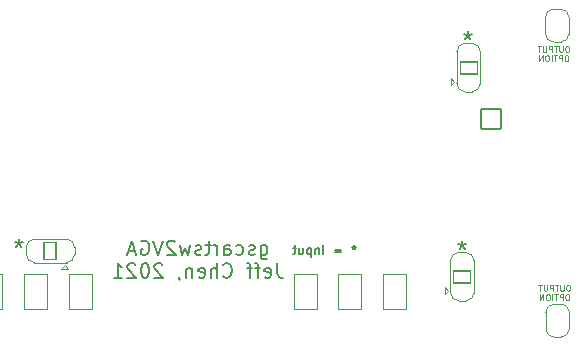
<source format=gbr>
G04 #@! TF.GenerationSoftware,KiCad,Pcbnew,(6.0.6-0)*
G04 #@! TF.CreationDate,2022-10-18T15:41:35-04:00*
G04 #@! TF.ProjectId,gscartsw2VGA,67736361-7274-4737-9732-5647412e6b69,1*
G04 #@! TF.SameCoordinates,Original*
G04 #@! TF.FileFunction,Legend,Bot*
G04 #@! TF.FilePolarity,Positive*
%FSLAX46Y46*%
G04 Gerber Fmt 4.6, Leading zero omitted, Abs format (unit mm)*
G04 Created by KiCad (PCBNEW (6.0.6-0)) date 2022-10-18 15:41:35*
%MOMM*%
%LPD*%
G01*
G04 APERTURE LIST*
G04 Aperture macros list*
%AMRoundRect*
0 Rectangle with rounded corners*
0 $1 Rounding radius*
0 $2 $3 $4 $5 $6 $7 $8 $9 X,Y pos of 4 corners*
0 Add a 4 corners polygon primitive as box body*
4,1,4,$2,$3,$4,$5,$6,$7,$8,$9,$2,$3,0*
0 Add four circle primitives for the rounded corners*
1,1,$1+$1,$2,$3*
1,1,$1+$1,$4,$5*
1,1,$1+$1,$6,$7*
1,1,$1+$1,$8,$9*
0 Add four rect primitives between the rounded corners*
20,1,$1+$1,$2,$3,$4,$5,0*
20,1,$1+$1,$4,$5,$6,$7,0*
20,1,$1+$1,$6,$7,$8,$9,0*
20,1,$1+$1,$8,$9,$2,$3,0*%
%AMFreePoly0*
4,1,37,0.535921,0.785921,0.550800,0.750000,0.550800,-0.750000,0.535921,-0.785921,0.500000,-0.800800,0.000000,-0.800800,-0.012526,-0.795612,-0.080872,-0.794359,-0.095090,-0.792057,-0.230405,-0.749782,-0.243405,-0.743581,-0.361415,-0.665026,-0.372153,-0.655426,-0.463373,-0.546907,-0.470984,-0.534678,-0.528079,-0.404919,-0.531952,-0.391047,-0.549535,-0.256587,-0.548147,-0.256405,-0.550800,-0.250000,
-0.550800,0.250000,-0.550314,0.251174,-0.550158,0.263925,-0.528347,0.404002,-0.524136,0.417775,-0.463888,0.546100,-0.455980,0.558139,-0.362136,0.664397,-0.351168,0.673732,-0.231273,0.749380,-0.218125,0.755261,-0.081818,0.794218,-0.067547,0.796173,-0.011991,0.795833,0.000000,0.800800,0.500000,0.800800,0.535921,0.785921,0.535921,0.785921,$1*%
%AMFreePoly1*
4,1,37,0.012350,0.795685,0.074215,0.795307,0.088460,0.793178,0.224281,0.752559,0.237356,0.746518,0.356318,0.669411,0.367173,0.659942,0.459711,0.552545,0.467470,0.540411,0.526147,0.411359,0.530190,0.397535,0.550287,0.257202,0.550800,0.250000,0.550800,-0.250000,0.550796,-0.250620,0.550647,-0.262836,0.549947,-0.270644,0.526427,-0.410445,0.522048,-0.424167,0.460236,-0.551746,
0.452182,-0.563686,0.357047,-0.668790,0.345965,-0.677991,0.225155,-0.752168,0.211936,-0.757888,0.075163,-0.795177,0.060870,-0.796957,0.011464,-0.796051,0.000000,-0.800800,-0.500000,-0.800800,-0.535921,-0.785921,-0.550800,-0.750000,-0.550800,0.750000,-0.535921,0.785921,-0.500000,0.800800,0.000000,0.800800,0.012350,0.795685,0.012350,0.795685,$1*%
%AMFreePoly2*
4,1,37,0.585921,0.785921,0.600800,0.750000,0.600800,-0.750000,0.585921,-0.785921,0.550000,-0.800800,0.000000,-0.800800,-0.012526,-0.795612,-0.080872,-0.794359,-0.095090,-0.792057,-0.230405,-0.749782,-0.243405,-0.743581,-0.361415,-0.665026,-0.372153,-0.655426,-0.463373,-0.546907,-0.470984,-0.534678,-0.528079,-0.404919,-0.531952,-0.391047,-0.549535,-0.256587,-0.548147,-0.256405,-0.550800,-0.250000,
-0.550800,0.250000,-0.550314,0.251174,-0.550158,0.263925,-0.528347,0.404002,-0.524136,0.417775,-0.463888,0.546100,-0.455980,0.558139,-0.362136,0.664397,-0.351168,0.673732,-0.231273,0.749380,-0.218125,0.755261,-0.081818,0.794218,-0.067547,0.796173,-0.011991,0.795833,0.000000,0.800800,0.550000,0.800800,0.585921,0.785921,0.585921,0.785921,$1*%
%AMFreePoly3*
4,1,37,0.012350,0.795685,0.074215,0.795307,0.088460,0.793178,0.224281,0.752559,0.237356,0.746518,0.356318,0.669411,0.367173,0.659942,0.459711,0.552545,0.467470,0.540411,0.526147,0.411359,0.530190,0.397535,0.550287,0.257202,0.550800,0.250000,0.550800,-0.250000,0.550796,-0.250620,0.550647,-0.262836,0.549947,-0.270644,0.526427,-0.410445,0.522048,-0.424167,0.460236,-0.551746,
0.452182,-0.563686,0.357047,-0.668790,0.345965,-0.677991,0.225155,-0.752168,0.211936,-0.757888,0.075163,-0.795177,0.060870,-0.796957,0.011464,-0.796051,0.000000,-0.800800,-0.550000,-0.800800,-0.585921,-0.785921,-0.600800,-0.750000,-0.600800,0.750000,-0.585921,0.785921,-0.550000,0.800800,0.000000,0.800800,0.012350,0.795685,0.012350,0.795685,$1*%
G04 Aperture macros list end*
%ADD10C,0.125000*%
%ADD11C,0.200000*%
%ADD12C,0.127000*%
%ADD13C,0.120000*%
%ADD14FreePoly0,270.000000*%
%ADD15FreePoly1,270.000000*%
%ADD16FreePoly0,90.000000*%
%ADD17FreePoly1,90.000000*%
%ADD18C,1.801600*%
%ADD19C,4.167600*%
%ADD20RoundRect,0.050800X-0.850000X0.850000X-0.850000X-0.850000X0.850000X-0.850000X0.850000X0.850000X0*%
%ADD21RoundRect,0.050800X-1.000000X-1.500000X1.000000X-1.500000X1.000000X1.500000X-1.000000X1.500000X0*%
%ADD22FreePoly2,180.000000*%
%ADD23FreePoly3,180.000000*%
%ADD24RoundRect,0.050800X0.500000X0.750000X-0.500000X0.750000X-0.500000X-0.750000X0.500000X-0.750000X0*%
%ADD25RoundRect,0.050800X0.750000X-0.500000X0.750000X0.500000X-0.750000X0.500000X-0.750000X-0.500000X0*%
%ADD26FreePoly3,90.000000*%
%ADD27FreePoly2,90.000000*%
G04 APERTURE END LIST*
D10*
X166652380Y-82998690D02*
X166557142Y-82998690D01*
X166509523Y-83022500D01*
X166461904Y-83070119D01*
X166438095Y-83165357D01*
X166438095Y-83332023D01*
X166461904Y-83427261D01*
X166509523Y-83474880D01*
X166557142Y-83498690D01*
X166652380Y-83498690D01*
X166700000Y-83474880D01*
X166747619Y-83427261D01*
X166771428Y-83332023D01*
X166771428Y-83165357D01*
X166747619Y-83070119D01*
X166700000Y-83022500D01*
X166652380Y-82998690D01*
X166223809Y-82998690D02*
X166223809Y-83403452D01*
X166200000Y-83451071D01*
X166176190Y-83474880D01*
X166128571Y-83498690D01*
X166033333Y-83498690D01*
X165985714Y-83474880D01*
X165961904Y-83451071D01*
X165938095Y-83403452D01*
X165938095Y-82998690D01*
X165771428Y-82998690D02*
X165485714Y-82998690D01*
X165628571Y-83498690D02*
X165628571Y-82998690D01*
X165319047Y-83498690D02*
X165319047Y-82998690D01*
X165128571Y-82998690D01*
X165080952Y-83022500D01*
X165057142Y-83046309D01*
X165033333Y-83093928D01*
X165033333Y-83165357D01*
X165057142Y-83212976D01*
X165080952Y-83236785D01*
X165128571Y-83260595D01*
X165319047Y-83260595D01*
X164819047Y-82998690D02*
X164819047Y-83403452D01*
X164795238Y-83451071D01*
X164771428Y-83474880D01*
X164723809Y-83498690D01*
X164628571Y-83498690D01*
X164580952Y-83474880D01*
X164557142Y-83451071D01*
X164533333Y-83403452D01*
X164533333Y-82998690D01*
X164366666Y-82998690D02*
X164080952Y-82998690D01*
X164223809Y-83498690D02*
X164223809Y-82998690D01*
X166580952Y-83803690D02*
X166485714Y-83803690D01*
X166438095Y-83827500D01*
X166390476Y-83875119D01*
X166366666Y-83970357D01*
X166366666Y-84137023D01*
X166390476Y-84232261D01*
X166438095Y-84279880D01*
X166485714Y-84303690D01*
X166580952Y-84303690D01*
X166628571Y-84279880D01*
X166676190Y-84232261D01*
X166700000Y-84137023D01*
X166700000Y-83970357D01*
X166676190Y-83875119D01*
X166628571Y-83827500D01*
X166580952Y-83803690D01*
X166152380Y-84303690D02*
X166152380Y-83803690D01*
X165961904Y-83803690D01*
X165914285Y-83827500D01*
X165890476Y-83851309D01*
X165866666Y-83898928D01*
X165866666Y-83970357D01*
X165890476Y-84017976D01*
X165914285Y-84041785D01*
X165961904Y-84065595D01*
X166152380Y-84065595D01*
X165723809Y-83803690D02*
X165438095Y-83803690D01*
X165580952Y-84303690D02*
X165580952Y-83803690D01*
X165271428Y-84303690D02*
X165271428Y-83803690D01*
X164938095Y-83803690D02*
X164842857Y-83803690D01*
X164795238Y-83827500D01*
X164747619Y-83875119D01*
X164723809Y-83970357D01*
X164723809Y-84137023D01*
X164747619Y-84232261D01*
X164795238Y-84279880D01*
X164842857Y-84303690D01*
X164938095Y-84303690D01*
X164985714Y-84279880D01*
X165033333Y-84232261D01*
X165057142Y-84137023D01*
X165057142Y-83970357D01*
X165033333Y-83875119D01*
X164985714Y-83827500D01*
X164938095Y-83803690D01*
X164509523Y-84303690D02*
X164509523Y-83803690D01*
X164223809Y-84303690D01*
X164223809Y-83803690D01*
X166727380Y-103223690D02*
X166632142Y-103223690D01*
X166584523Y-103247500D01*
X166536904Y-103295119D01*
X166513095Y-103390357D01*
X166513095Y-103557023D01*
X166536904Y-103652261D01*
X166584523Y-103699880D01*
X166632142Y-103723690D01*
X166727380Y-103723690D01*
X166775000Y-103699880D01*
X166822619Y-103652261D01*
X166846428Y-103557023D01*
X166846428Y-103390357D01*
X166822619Y-103295119D01*
X166775000Y-103247500D01*
X166727380Y-103223690D01*
X166298809Y-103223690D02*
X166298809Y-103628452D01*
X166275000Y-103676071D01*
X166251190Y-103699880D01*
X166203571Y-103723690D01*
X166108333Y-103723690D01*
X166060714Y-103699880D01*
X166036904Y-103676071D01*
X166013095Y-103628452D01*
X166013095Y-103223690D01*
X165846428Y-103223690D02*
X165560714Y-103223690D01*
X165703571Y-103723690D02*
X165703571Y-103223690D01*
X165394047Y-103723690D02*
X165394047Y-103223690D01*
X165203571Y-103223690D01*
X165155952Y-103247500D01*
X165132142Y-103271309D01*
X165108333Y-103318928D01*
X165108333Y-103390357D01*
X165132142Y-103437976D01*
X165155952Y-103461785D01*
X165203571Y-103485595D01*
X165394047Y-103485595D01*
X164894047Y-103223690D02*
X164894047Y-103628452D01*
X164870238Y-103676071D01*
X164846428Y-103699880D01*
X164798809Y-103723690D01*
X164703571Y-103723690D01*
X164655952Y-103699880D01*
X164632142Y-103676071D01*
X164608333Y-103628452D01*
X164608333Y-103223690D01*
X164441666Y-103223690D02*
X164155952Y-103223690D01*
X164298809Y-103723690D02*
X164298809Y-103223690D01*
X166655952Y-104028690D02*
X166560714Y-104028690D01*
X166513095Y-104052500D01*
X166465476Y-104100119D01*
X166441666Y-104195357D01*
X166441666Y-104362023D01*
X166465476Y-104457261D01*
X166513095Y-104504880D01*
X166560714Y-104528690D01*
X166655952Y-104528690D01*
X166703571Y-104504880D01*
X166751190Y-104457261D01*
X166775000Y-104362023D01*
X166775000Y-104195357D01*
X166751190Y-104100119D01*
X166703571Y-104052500D01*
X166655952Y-104028690D01*
X166227380Y-104528690D02*
X166227380Y-104028690D01*
X166036904Y-104028690D01*
X165989285Y-104052500D01*
X165965476Y-104076309D01*
X165941666Y-104123928D01*
X165941666Y-104195357D01*
X165965476Y-104242976D01*
X165989285Y-104266785D01*
X166036904Y-104290595D01*
X166227380Y-104290595D01*
X165798809Y-104028690D02*
X165513095Y-104028690D01*
X165655952Y-104528690D02*
X165655952Y-104028690D01*
X165346428Y-104528690D02*
X165346428Y-104028690D01*
X165013095Y-104028690D02*
X164917857Y-104028690D01*
X164870238Y-104052500D01*
X164822619Y-104100119D01*
X164798809Y-104195357D01*
X164798809Y-104362023D01*
X164822619Y-104457261D01*
X164870238Y-104504880D01*
X164917857Y-104528690D01*
X165013095Y-104528690D01*
X165060714Y-104504880D01*
X165108333Y-104457261D01*
X165132142Y-104362023D01*
X165132142Y-104195357D01*
X165108333Y-104100119D01*
X165060714Y-104052500D01*
X165013095Y-104028690D01*
X164584523Y-104528690D02*
X164584523Y-104028690D01*
X164298809Y-104528690D01*
X164298809Y-104028690D01*
D11*
X140639285Y-99876857D02*
X140639285Y-100848285D01*
X140696428Y-100962571D01*
X140753571Y-101019714D01*
X140867857Y-101076857D01*
X141039285Y-101076857D01*
X141153571Y-101019714D01*
X140639285Y-100619714D02*
X140753571Y-100676857D01*
X140982142Y-100676857D01*
X141096428Y-100619714D01*
X141153571Y-100562571D01*
X141210714Y-100448285D01*
X141210714Y-100105428D01*
X141153571Y-99991142D01*
X141096428Y-99934000D01*
X140982142Y-99876857D01*
X140753571Y-99876857D01*
X140639285Y-99934000D01*
X140125000Y-100619714D02*
X140010714Y-100676857D01*
X139782142Y-100676857D01*
X139667857Y-100619714D01*
X139610714Y-100505428D01*
X139610714Y-100448285D01*
X139667857Y-100334000D01*
X139782142Y-100276857D01*
X139953571Y-100276857D01*
X140067857Y-100219714D01*
X140125000Y-100105428D01*
X140125000Y-100048285D01*
X140067857Y-99934000D01*
X139953571Y-99876857D01*
X139782142Y-99876857D01*
X139667857Y-99934000D01*
X138582142Y-100619714D02*
X138696428Y-100676857D01*
X138925000Y-100676857D01*
X139039285Y-100619714D01*
X139096428Y-100562571D01*
X139153571Y-100448285D01*
X139153571Y-100105428D01*
X139096428Y-99991142D01*
X139039285Y-99934000D01*
X138925000Y-99876857D01*
X138696428Y-99876857D01*
X138582142Y-99934000D01*
X137553571Y-100676857D02*
X137553571Y-100048285D01*
X137610714Y-99934000D01*
X137725000Y-99876857D01*
X137953571Y-99876857D01*
X138067857Y-99934000D01*
X137553571Y-100619714D02*
X137667857Y-100676857D01*
X137953571Y-100676857D01*
X138067857Y-100619714D01*
X138125000Y-100505428D01*
X138125000Y-100391142D01*
X138067857Y-100276857D01*
X137953571Y-100219714D01*
X137667857Y-100219714D01*
X137553571Y-100162571D01*
X136982142Y-100676857D02*
X136982142Y-99876857D01*
X136982142Y-100105428D02*
X136925000Y-99991142D01*
X136867857Y-99934000D01*
X136753571Y-99876857D01*
X136639285Y-99876857D01*
X136410714Y-99876857D02*
X135953571Y-99876857D01*
X136239285Y-99476857D02*
X136239285Y-100505428D01*
X136182142Y-100619714D01*
X136067857Y-100676857D01*
X135953571Y-100676857D01*
X135610714Y-100619714D02*
X135496428Y-100676857D01*
X135267857Y-100676857D01*
X135153571Y-100619714D01*
X135096428Y-100505428D01*
X135096428Y-100448285D01*
X135153571Y-100334000D01*
X135267857Y-100276857D01*
X135439285Y-100276857D01*
X135553571Y-100219714D01*
X135610714Y-100105428D01*
X135610714Y-100048285D01*
X135553571Y-99934000D01*
X135439285Y-99876857D01*
X135267857Y-99876857D01*
X135153571Y-99934000D01*
X134696428Y-99876857D02*
X134467857Y-100676857D01*
X134239285Y-100105428D01*
X134010714Y-100676857D01*
X133782142Y-99876857D01*
X133382142Y-99591142D02*
X133325000Y-99534000D01*
X133210714Y-99476857D01*
X132925000Y-99476857D01*
X132810714Y-99534000D01*
X132753571Y-99591142D01*
X132696428Y-99705428D01*
X132696428Y-99819714D01*
X132753571Y-99991142D01*
X133439285Y-100676857D01*
X132696428Y-100676857D01*
X132353571Y-99476857D02*
X131953571Y-100676857D01*
X131553571Y-99476857D01*
X130525000Y-99534000D02*
X130639285Y-99476857D01*
X130810714Y-99476857D01*
X130982142Y-99534000D01*
X131096428Y-99648285D01*
X131153571Y-99762571D01*
X131210714Y-99991142D01*
X131210714Y-100162571D01*
X131153571Y-100391142D01*
X131096428Y-100505428D01*
X130982142Y-100619714D01*
X130810714Y-100676857D01*
X130696428Y-100676857D01*
X130525000Y-100619714D01*
X130467857Y-100562571D01*
X130467857Y-100162571D01*
X130696428Y-100162571D01*
X130010714Y-100334000D02*
X129439285Y-100334000D01*
X130125000Y-100676857D02*
X129725000Y-99476857D01*
X129325000Y-100676857D01*
X142039285Y-101408857D02*
X142039285Y-102266000D01*
X142096428Y-102437428D01*
X142210714Y-102551714D01*
X142382142Y-102608857D01*
X142496428Y-102608857D01*
X141010714Y-102551714D02*
X141125000Y-102608857D01*
X141353571Y-102608857D01*
X141467857Y-102551714D01*
X141525000Y-102437428D01*
X141525000Y-101980285D01*
X141467857Y-101866000D01*
X141353571Y-101808857D01*
X141125000Y-101808857D01*
X141010714Y-101866000D01*
X140953571Y-101980285D01*
X140953571Y-102094571D01*
X141525000Y-102208857D01*
X140610714Y-101808857D02*
X140153571Y-101808857D01*
X140439285Y-102608857D02*
X140439285Y-101580285D01*
X140382142Y-101466000D01*
X140267857Y-101408857D01*
X140153571Y-101408857D01*
X139925000Y-101808857D02*
X139467857Y-101808857D01*
X139753571Y-102608857D02*
X139753571Y-101580285D01*
X139696428Y-101466000D01*
X139582142Y-101408857D01*
X139467857Y-101408857D01*
X137467857Y-102494571D02*
X137525000Y-102551714D01*
X137696428Y-102608857D01*
X137810714Y-102608857D01*
X137982142Y-102551714D01*
X138096428Y-102437428D01*
X138153571Y-102323142D01*
X138210714Y-102094571D01*
X138210714Y-101923142D01*
X138153571Y-101694571D01*
X138096428Y-101580285D01*
X137982142Y-101466000D01*
X137810714Y-101408857D01*
X137696428Y-101408857D01*
X137525000Y-101466000D01*
X137467857Y-101523142D01*
X136953571Y-102608857D02*
X136953571Y-101408857D01*
X136439285Y-102608857D02*
X136439285Y-101980285D01*
X136496428Y-101866000D01*
X136610714Y-101808857D01*
X136782142Y-101808857D01*
X136896428Y-101866000D01*
X136953571Y-101923142D01*
X135410714Y-102551714D02*
X135525000Y-102608857D01*
X135753571Y-102608857D01*
X135867857Y-102551714D01*
X135925000Y-102437428D01*
X135925000Y-101980285D01*
X135867857Y-101866000D01*
X135753571Y-101808857D01*
X135525000Y-101808857D01*
X135410714Y-101866000D01*
X135353571Y-101980285D01*
X135353571Y-102094571D01*
X135925000Y-102208857D01*
X134839285Y-101808857D02*
X134839285Y-102608857D01*
X134839285Y-101923142D02*
X134782142Y-101866000D01*
X134667857Y-101808857D01*
X134496428Y-101808857D01*
X134382142Y-101866000D01*
X134325000Y-101980285D01*
X134325000Y-102608857D01*
X133696428Y-102551714D02*
X133696428Y-102608857D01*
X133753571Y-102723142D01*
X133810714Y-102780285D01*
X132325000Y-101523142D02*
X132267857Y-101466000D01*
X132153571Y-101408857D01*
X131867857Y-101408857D01*
X131753571Y-101466000D01*
X131696428Y-101523142D01*
X131639285Y-101637428D01*
X131639285Y-101751714D01*
X131696428Y-101923142D01*
X132382142Y-102608857D01*
X131639285Y-102608857D01*
X130896428Y-101408857D02*
X130782142Y-101408857D01*
X130667857Y-101466000D01*
X130610714Y-101523142D01*
X130553571Y-101637428D01*
X130496428Y-101866000D01*
X130496428Y-102151714D01*
X130553571Y-102380285D01*
X130610714Y-102494571D01*
X130667857Y-102551714D01*
X130782142Y-102608857D01*
X130896428Y-102608857D01*
X131010714Y-102551714D01*
X131067857Y-102494571D01*
X131125000Y-102380285D01*
X131182142Y-102151714D01*
X131182142Y-101866000D01*
X131125000Y-101637428D01*
X131067857Y-101523142D01*
X131010714Y-101466000D01*
X130896428Y-101408857D01*
X130039285Y-101523142D02*
X129982142Y-101466000D01*
X129867857Y-101408857D01*
X129582142Y-101408857D01*
X129467857Y-101466000D01*
X129410714Y-101523142D01*
X129353571Y-101637428D01*
X129353571Y-101751714D01*
X129410714Y-101923142D01*
X130096428Y-102608857D01*
X129353571Y-102608857D01*
X128210714Y-102608857D02*
X128896428Y-102608857D01*
X128553571Y-102608857D02*
X128553571Y-101408857D01*
X128667857Y-101580285D01*
X128782142Y-101694571D01*
X128896428Y-101751714D01*
D12*
X148535571Y-99882714D02*
X148535571Y-100064142D01*
X148717000Y-99991571D02*
X148535571Y-100064142D01*
X148354142Y-99991571D01*
X148644428Y-100209285D02*
X148535571Y-100064142D01*
X148426714Y-100209285D01*
X147483285Y-100245571D02*
X146902714Y-100245571D01*
X146902714Y-100463285D02*
X147483285Y-100463285D01*
X145959285Y-100644714D02*
X145959285Y-99882714D01*
X145596428Y-100136714D02*
X145596428Y-100644714D01*
X145596428Y-100209285D02*
X145560142Y-100173000D01*
X145487571Y-100136714D01*
X145378714Y-100136714D01*
X145306142Y-100173000D01*
X145269857Y-100245571D01*
X145269857Y-100644714D01*
X144907000Y-100136714D02*
X144907000Y-100898714D01*
X144907000Y-100173000D02*
X144834428Y-100136714D01*
X144689285Y-100136714D01*
X144616714Y-100173000D01*
X144580428Y-100209285D01*
X144544142Y-100281857D01*
X144544142Y-100499571D01*
X144580428Y-100572142D01*
X144616714Y-100608428D01*
X144689285Y-100644714D01*
X144834428Y-100644714D01*
X144907000Y-100608428D01*
X143891000Y-100136714D02*
X143891000Y-100644714D01*
X144217571Y-100136714D02*
X144217571Y-100535857D01*
X144181285Y-100608428D01*
X144108714Y-100644714D01*
X143999857Y-100644714D01*
X143927285Y-100608428D01*
X143891000Y-100572142D01*
X143637000Y-100136714D02*
X143346714Y-100136714D01*
X143528142Y-99882714D02*
X143528142Y-100535857D01*
X143491857Y-100608428D01*
X143419285Y-100644714D01*
X143346714Y-100644714D01*
X158190000Y-81778571D02*
X158190000Y-82135714D01*
X157832857Y-81992857D02*
X158190000Y-82135714D01*
X158547142Y-81992857D01*
X157975714Y-82421428D02*
X158190000Y-82135714D01*
X158404285Y-82421428D01*
X157690000Y-99528571D02*
X157690000Y-99885714D01*
X157332857Y-99742857D02*
X157690000Y-99885714D01*
X158047142Y-99742857D01*
X157475714Y-100171428D02*
X157690000Y-99885714D01*
X157904285Y-100171428D01*
X120170000Y-99368571D02*
X120170000Y-99725714D01*
X119812857Y-99582857D02*
X120170000Y-99725714D01*
X120527142Y-99582857D01*
X119955714Y-100011428D02*
X120170000Y-99725714D01*
X120384285Y-100011428D01*
D13*
X164750000Y-80575000D02*
X164750000Y-81975000D01*
X166750000Y-81975000D02*
X166750000Y-80575000D01*
X165450000Y-82675000D02*
X166050000Y-82675000D01*
X166050000Y-79875000D02*
X165450000Y-79875000D01*
X164750000Y-81975000D02*
G75*
G03*
X165450000Y-82675000I700000J0D01*
G01*
X165450000Y-79875000D02*
G75*
G03*
X164750000Y-80575000I-1J-699999D01*
G01*
X166750000Y-80575000D02*
G75*
G03*
X166050000Y-79875000I-699999J1D01*
G01*
X166050000Y-82675000D02*
G75*
G03*
X166750000Y-81975000I0J700000D01*
G01*
X166775000Y-106950000D02*
X166775000Y-105550000D01*
X164775000Y-105550000D02*
X164775000Y-106950000D01*
X166075000Y-104850000D02*
X165475000Y-104850000D01*
X165475000Y-107650000D02*
X166075000Y-107650000D01*
X166775000Y-105550000D02*
G75*
G03*
X166075000Y-104850000I-700000J0D01*
G01*
X166075000Y-107650000D02*
G75*
G03*
X166775000Y-106950000I1J699999D01*
G01*
X164775000Y-106950000D02*
G75*
G03*
X165475000Y-107650000I699999J-1D01*
G01*
X165475000Y-104850000D02*
G75*
G03*
X164775000Y-105550000I0J-700000D01*
G01*
X124240000Y-99350000D02*
X121440000Y-99350000D01*
X120790000Y-100050000D02*
X120790000Y-100650000D01*
X121440000Y-101350000D02*
X124240000Y-101350000D01*
X124890000Y-100650000D02*
X124890000Y-100050000D01*
X124040000Y-101550000D02*
X124340000Y-101850000D01*
X124340000Y-101850000D02*
X123740000Y-101850000D01*
X124040000Y-101550000D02*
X123740000Y-101850000D01*
X121490000Y-99350000D02*
G75*
G03*
X120790000Y-100050000I0J-700000D01*
G01*
X120790000Y-100650000D02*
G75*
G03*
X121490000Y-101350000I700000J0D01*
G01*
X124190000Y-101350000D02*
G75*
G03*
X124890000Y-100650000I0J700000D01*
G01*
X124890000Y-100050000D02*
G75*
G03*
X124190000Y-99350000I-700000J0D01*
G01*
X158540000Y-86880000D02*
G75*
G03*
X159240000Y-86180000I0J700000D01*
G01*
X157240000Y-86180000D02*
G75*
G03*
X157940000Y-86880000I700000J0D01*
G01*
X157940000Y-82780000D02*
G75*
G03*
X157240000Y-83480000I0J-700000D01*
G01*
X159240000Y-83480000D02*
G75*
G03*
X158540000Y-82780000I-700000J0D01*
G01*
X157040000Y-86030000D02*
X156740000Y-85730000D01*
X156740000Y-86330000D02*
X156740000Y-85730000D01*
X157040000Y-86030000D02*
X156740000Y-86330000D01*
X157940000Y-86880000D02*
X158540000Y-86880000D01*
X157240000Y-83430000D02*
X157240000Y-86230000D01*
X158540000Y-82780000D02*
X157940000Y-82780000D01*
X159240000Y-86230000D02*
X159240000Y-83430000D01*
X158710000Y-103940000D02*
X158710000Y-101140000D01*
X158010000Y-100490000D02*
X157410000Y-100490000D01*
X156710000Y-101140000D02*
X156710000Y-103940000D01*
X157410000Y-104590000D02*
X158010000Y-104590000D01*
X156510000Y-103740000D02*
X156210000Y-104040000D01*
X156210000Y-104040000D02*
X156210000Y-103440000D01*
X156510000Y-103740000D02*
X156210000Y-103440000D01*
X158710000Y-101190000D02*
G75*
G03*
X158010000Y-100490000I-700000J0D01*
G01*
X157410000Y-100490000D02*
G75*
G03*
X156710000Y-101190000I0J-700000D01*
G01*
X156710000Y-103890000D02*
G75*
G03*
X157410000Y-104590000I700000J0D01*
G01*
X158010000Y-104590000D02*
G75*
G03*
X158710000Y-103890000I0J700000D01*
G01*
%LPC*%
D14*
X165750000Y-80625000D03*
D15*
X165750000Y-81925000D03*
D16*
X165775000Y-106900000D03*
D17*
X165775000Y-105600000D03*
D18*
X164130000Y-98345000D03*
X164130000Y-96055000D03*
X164130000Y-93765000D03*
X164130000Y-91475000D03*
X164130000Y-89185000D03*
X162150000Y-97200000D03*
X162150000Y-94910000D03*
X162150000Y-92620000D03*
X162150000Y-90330000D03*
X162150000Y-88040000D03*
X160170000Y-98345000D03*
X160170000Y-96055000D03*
X160170000Y-93765000D03*
X160170000Y-91475000D03*
D19*
X162150000Y-106260000D03*
X162150000Y-81270000D03*
D20*
X160170000Y-89185000D03*
D21*
X125443324Y-103821881D03*
X152043324Y-103821881D03*
X148243324Y-103821881D03*
X144443324Y-103821881D03*
X121643324Y-103821881D03*
X117843324Y-103821881D03*
D22*
X124140000Y-100350000D03*
D23*
X121540000Y-100350000D03*
D24*
X122840000Y-100350000D03*
D25*
X158240000Y-84830000D03*
D26*
X158240000Y-83530000D03*
D27*
X158240000Y-86130000D03*
X157710000Y-103840000D03*
D26*
X157710000Y-101240000D03*
D25*
X157710000Y-102540000D03*
M02*

</source>
